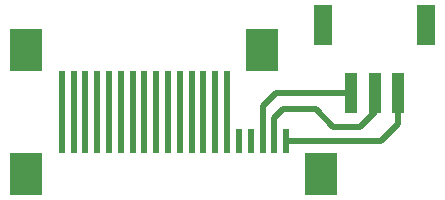
<source format=gbr>
G04 #@! TF.FileFunction,Copper,L1,Top,Signal*
%FSLAX46Y46*%
G04 Gerber Fmt 4.6, Leading zero omitted, Abs format (unit mm)*
G04 Created by KiCad (PCBNEW 4.0.6) date 05/08/18 08:07:22*
%MOMM*%
%LPD*%
G01*
G04 APERTURE LIST*
%ADD10C,0.100000*%
%ADD11R,0.610000X2.000000*%
%ADD12R,2.680000X3.600000*%
%ADD13R,1.000000X3.500000*%
%ADD14R,1.500000X3.400000*%
%ADD15C,0.500000*%
G04 APERTURE END LIST*
D10*
D11*
X126250000Y-108550000D03*
X125250000Y-108550000D03*
X124250000Y-108550000D03*
X123250000Y-108550000D03*
X122250000Y-108550000D03*
X121250000Y-108550000D03*
X120250000Y-108550000D03*
X119250000Y-108550000D03*
X118250000Y-108550000D03*
X117250000Y-108550000D03*
X116250000Y-108550000D03*
X115250000Y-108550000D03*
X114250000Y-108550000D03*
X113250000Y-108550000D03*
X112250000Y-108550000D03*
D12*
X129240000Y-105750000D03*
X109260000Y-105750000D03*
D13*
X140750000Y-109375000D03*
X138750000Y-109375000D03*
X136750000Y-109375000D03*
D14*
X143100000Y-103625000D03*
X134400000Y-103625000D03*
D11*
X112250000Y-113450000D03*
X113250000Y-113450000D03*
X114250000Y-113450000D03*
X115250000Y-113450000D03*
X116250000Y-113450000D03*
X117250000Y-113450000D03*
X118250000Y-113450000D03*
X119250000Y-113450000D03*
X120250000Y-113450000D03*
X121250000Y-113450000D03*
X122250000Y-113450000D03*
X123250000Y-113450000D03*
X124250000Y-113450000D03*
X125250000Y-113450000D03*
X126250000Y-113450000D03*
X127250000Y-113450000D03*
X128250000Y-113450000D03*
X129250000Y-113450000D03*
X130250000Y-113450000D03*
X131250000Y-113450000D03*
D12*
X109260000Y-116250000D03*
X134240000Y-116250000D03*
D15*
X126250000Y-108550000D02*
X126250000Y-113450000D01*
X125250000Y-108550000D02*
X125250000Y-113450000D01*
X124250000Y-108550000D02*
X124250000Y-113450000D01*
X123250000Y-108550000D02*
X123250000Y-113450000D01*
X122250000Y-108550000D02*
X122250000Y-113450000D01*
X121250000Y-108550000D02*
X121250000Y-113450000D01*
X120250000Y-108550000D02*
X120250000Y-113450000D01*
X119250000Y-108550000D02*
X119250000Y-113450000D01*
X118250000Y-108550000D02*
X118250000Y-113450000D01*
X117250000Y-108550000D02*
X117250000Y-113450000D01*
X116250000Y-108550000D02*
X116250000Y-113450000D01*
X115250000Y-108550000D02*
X115250000Y-113450000D01*
X114250000Y-108550000D02*
X114250000Y-113450000D01*
X113250000Y-108550000D02*
X113250000Y-113450000D01*
X112250000Y-108550000D02*
X112250000Y-113450000D01*
X140750000Y-109375000D02*
X140750000Y-112000000D01*
X139300000Y-113450000D02*
X131250000Y-113450000D01*
X140750000Y-112000000D02*
X139300000Y-113450000D01*
X138750000Y-109375000D02*
X138750000Y-111000000D01*
X138750000Y-111000000D02*
X137500000Y-112250000D01*
X137500000Y-112250000D02*
X135250000Y-112250000D01*
X135250000Y-112250000D02*
X133750000Y-110750000D01*
X133750000Y-110750000D02*
X131000000Y-110750000D01*
X131000000Y-110750000D02*
X130250000Y-111500000D01*
X130250000Y-111500000D02*
X130250000Y-113450000D01*
X136750000Y-109375000D02*
X130375000Y-109375000D01*
X129250000Y-110500000D02*
X129250000Y-113450000D01*
X130375000Y-109375000D02*
X129250000Y-110500000D01*
M02*

</source>
